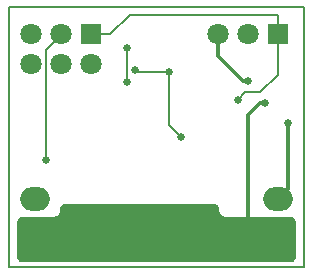
<source format=gbl>
G04 (created by PCBNEW (2013-05-16 BZR 4153)-testing) date Fri 17 May 2013 11:34:26 PM CEST*
%MOIN*%
G04 Gerber Fmt 3.4, Leading zero omitted, Abs format*
%FSLAX34Y34*%
G01*
G70*
G90*
G04 APERTURE LIST*
%ADD10C,0.005906*%
%ADD11C,0.007874*%
%ADD12O,0.098425X0.078740*%
%ADD13R,0.070866X0.070866*%
%ADD14C,0.070866*%
%ADD15C,0.025000*%
%ADD16C,0.008000*%
%ADD17C,0.012000*%
%ADD18C,0.009843*%
G04 APERTURE END LIST*
G54D10*
G54D11*
X29921Y-14173D02*
X29921Y-22834D01*
X39763Y-22834D02*
X39763Y-14173D01*
X39763Y-14173D02*
X29921Y-14173D01*
X39763Y-22834D02*
X29921Y-22834D01*
G54D12*
X38890Y-21562D03*
X38890Y-20562D03*
G54D13*
X32670Y-15073D03*
G54D14*
X32670Y-16073D03*
X31670Y-15073D03*
X31670Y-16073D03*
X30670Y-15073D03*
X30670Y-16073D03*
G54D13*
X38901Y-15070D03*
G54D14*
X37901Y-15070D03*
X36901Y-15070D03*
G54D12*
X30787Y-21562D03*
X30787Y-20562D03*
G54D15*
X37559Y-17244D03*
X35669Y-18503D03*
X35255Y-16338D03*
X34133Y-16259D03*
X33858Y-15511D03*
X33858Y-16653D03*
X31170Y-19260D03*
X32650Y-22250D03*
X32320Y-22250D03*
X31950Y-22260D03*
X38464Y-17362D03*
X39220Y-18020D03*
X37887Y-16634D03*
G54D16*
X38901Y-16413D02*
X38901Y-15070D01*
X38307Y-17007D02*
X38901Y-16413D01*
X37795Y-17007D02*
X38307Y-17007D01*
X37559Y-17244D02*
X37795Y-17007D01*
X32670Y-15073D02*
X33312Y-15073D01*
X38901Y-14452D02*
X38901Y-15070D01*
X38858Y-14409D02*
X38901Y-14452D01*
X33976Y-14409D02*
X38858Y-14409D01*
X33312Y-15073D02*
X33976Y-14409D01*
X35255Y-18089D02*
X35669Y-18503D01*
X35255Y-16338D02*
X35255Y-18089D01*
X34212Y-16338D02*
X35255Y-16338D01*
X34133Y-16259D02*
X34212Y-16338D01*
X33858Y-16653D02*
X33858Y-15511D01*
X31670Y-15101D02*
X31169Y-15602D01*
X31169Y-19212D02*
X31170Y-19260D01*
X31670Y-15073D02*
X31670Y-15101D01*
X31169Y-15602D02*
X31169Y-19212D01*
G54D17*
X32330Y-21890D02*
X32320Y-21890D01*
X32320Y-22250D02*
X32650Y-22250D01*
X32320Y-21890D02*
X31950Y-22260D01*
X37910Y-17750D02*
X38297Y-17362D01*
X38052Y-21562D02*
X37910Y-21420D01*
X37910Y-21420D02*
X37910Y-17750D01*
X38877Y-21562D02*
X38052Y-21562D01*
X38297Y-17362D02*
X38464Y-17362D01*
X38877Y-20562D02*
X39220Y-20220D01*
X39220Y-20220D02*
X39220Y-18020D01*
X36901Y-15787D02*
X37748Y-16634D01*
X37748Y-16634D02*
X37887Y-16634D01*
X36901Y-15070D02*
X36901Y-15787D01*
G54D18*
X31813Y-20757D02*
X36729Y-20757D01*
X31681Y-20836D02*
X36861Y-20836D01*
X31663Y-20914D02*
X36879Y-20914D01*
X31658Y-20993D02*
X36884Y-20993D01*
X31627Y-21071D02*
X36915Y-21071D01*
X31553Y-21150D02*
X36989Y-21150D01*
X30277Y-21228D02*
X39388Y-21228D01*
X30230Y-21306D02*
X39435Y-21306D01*
X30226Y-21385D02*
X39438Y-21385D01*
X30226Y-21463D02*
X39438Y-21463D01*
X30226Y-21542D02*
X39438Y-21542D01*
X30226Y-21620D02*
X39438Y-21620D01*
X30226Y-21698D02*
X39438Y-21698D01*
X30226Y-21777D02*
X39438Y-21777D01*
X30226Y-21855D02*
X39438Y-21855D01*
X30226Y-21934D02*
X39438Y-21934D01*
X30226Y-22012D02*
X39438Y-22012D01*
X30226Y-22091D02*
X39438Y-22091D01*
X30226Y-22169D02*
X39438Y-22169D01*
X30226Y-22247D02*
X39438Y-22247D01*
X30226Y-22326D02*
X39438Y-22326D01*
X30226Y-22404D02*
X39438Y-22404D01*
X30228Y-22483D02*
X39436Y-22483D01*
X30267Y-22561D02*
X39398Y-22561D01*
X39438Y-22458D02*
X39435Y-22489D01*
X39427Y-22517D01*
X39413Y-22542D01*
X39395Y-22564D01*
X39373Y-22583D01*
X39347Y-22596D01*
X39320Y-22605D01*
X39288Y-22608D01*
X30376Y-22608D01*
X30345Y-22605D01*
X30317Y-22596D01*
X30292Y-22583D01*
X30269Y-22564D01*
X30251Y-22542D01*
X30237Y-22517D01*
X30229Y-22489D01*
X30226Y-22458D01*
X30226Y-21341D01*
X30229Y-21309D01*
X30237Y-21282D01*
X30251Y-21256D01*
X30269Y-21234D01*
X30292Y-21216D01*
X30317Y-21202D01*
X30345Y-21194D01*
X30376Y-21190D01*
X31419Y-21190D01*
X31465Y-21186D01*
X31511Y-21172D01*
X31554Y-21149D01*
X31591Y-21119D01*
X31622Y-21081D01*
X31644Y-21039D01*
X31658Y-20992D01*
X31663Y-20947D01*
X31663Y-20907D01*
X31666Y-20876D01*
X31674Y-20849D01*
X31688Y-20823D01*
X31706Y-20801D01*
X31729Y-20782D01*
X31754Y-20769D01*
X31782Y-20760D01*
X31813Y-20757D01*
X36729Y-20757D01*
X36761Y-20760D01*
X36788Y-20769D01*
X36814Y-20782D01*
X36836Y-20801D01*
X36854Y-20823D01*
X36868Y-20849D01*
X36876Y-20876D01*
X36879Y-20907D01*
X36879Y-20947D01*
X36884Y-20992D01*
X36898Y-21039D01*
X36921Y-21081D01*
X36951Y-21119D01*
X36989Y-21149D01*
X37031Y-21172D01*
X37077Y-21186D01*
X37123Y-21190D01*
X39288Y-21190D01*
X39320Y-21194D01*
X39347Y-21202D01*
X39373Y-21216D01*
X39395Y-21234D01*
X39413Y-21256D01*
X39427Y-21282D01*
X39435Y-21309D01*
X39438Y-21341D01*
X39438Y-22458D01*
M02*

</source>
